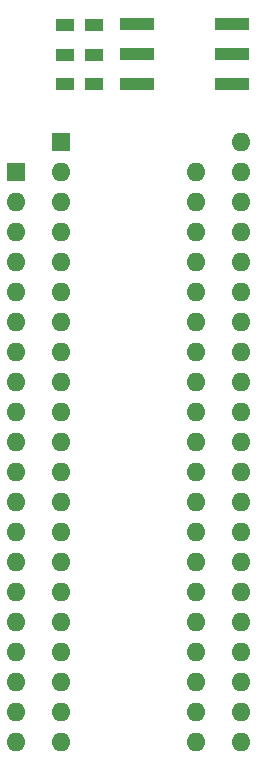
<source format=gbr>
%TF.GenerationSoftware,KiCad,Pcbnew,(6.0.7-1)-1*%
%TF.CreationDate,2022-09-30T17:05:21-04:00*%
%TF.ProjectId,tl866_27c322_adapter,746c3836-365f-4323-9763-3332325f6164,rev?*%
%TF.SameCoordinates,Original*%
%TF.FileFunction,Soldermask,Top*%
%TF.FilePolarity,Negative*%
%FSLAX46Y46*%
G04 Gerber Fmt 4.6, Leading zero omitted, Abs format (unit mm)*
G04 Created by KiCad (PCBNEW (6.0.7-1)-1) date 2022-09-30 17:05:21*
%MOMM*%
%LPD*%
G01*
G04 APERTURE LIST*
%ADD10R,1.600000X1.000000*%
%ADD11R,3.000000X1.000000*%
%ADD12R,1.600000X1.600000*%
%ADD13O,1.600000X1.600000*%
G04 APERTURE END LIST*
D10*
%TO.C,SW2*%
X132783000Y-54269000D03*
X132783000Y-56769000D03*
X132783000Y-59269000D03*
X135183000Y-54269000D03*
X135183000Y-56769000D03*
X135183000Y-59269000D03*
%TD*%
D11*
%TO.C,SW1*%
X138876300Y-54204900D03*
X146876300Y-59284900D03*
X138876300Y-59284900D03*
X146876300Y-54204900D03*
X146876300Y-56744900D03*
X138876300Y-56744900D03*
%TD*%
D12*
%TO.C,J1*%
X132435600Y-64185800D03*
D13*
X132435600Y-66725800D03*
X132435600Y-69265800D03*
X132435600Y-71805800D03*
X132435600Y-74345800D03*
X132435600Y-76885800D03*
X132435600Y-79425800D03*
X132435600Y-81965800D03*
X132435600Y-84505800D03*
X132435600Y-87045800D03*
X132435600Y-89585800D03*
X132435600Y-92125800D03*
X132435600Y-94665800D03*
X132435600Y-97205800D03*
X132435600Y-99745800D03*
X132435600Y-102285800D03*
X132435600Y-104825800D03*
X132435600Y-107365800D03*
X132435600Y-109905800D03*
X132435600Y-112445800D03*
X132435600Y-114985800D03*
X147675600Y-114985800D03*
X147675600Y-112445800D03*
X147675600Y-109905800D03*
X147675600Y-107365800D03*
X147675600Y-104825800D03*
X147675600Y-102285800D03*
X147675600Y-99745800D03*
X147675600Y-97205800D03*
X147675600Y-94665800D03*
X147675600Y-92125800D03*
X147675600Y-89585800D03*
X147675600Y-87045800D03*
X147675600Y-84505800D03*
X147675600Y-81965800D03*
X147675600Y-79425800D03*
X147675600Y-76885800D03*
X147675600Y-74345800D03*
X147675600Y-71805800D03*
X147675600Y-69265800D03*
X147675600Y-66725800D03*
X147675600Y-64185800D03*
%TD*%
D12*
%TO.C,J2*%
X128569800Y-66705400D03*
D13*
X128569800Y-69245400D03*
X128569800Y-71785400D03*
X128569800Y-74325400D03*
X128569800Y-76865400D03*
X128569800Y-79405400D03*
X128569800Y-81945400D03*
X128569800Y-84485400D03*
X128569800Y-87025400D03*
X128569800Y-89565400D03*
X128569800Y-92105400D03*
X128569800Y-94645400D03*
X128569800Y-97185400D03*
X128569800Y-99725400D03*
X128569800Y-102265400D03*
X128569800Y-104805400D03*
X128569800Y-107345400D03*
X128569800Y-109885400D03*
X128569800Y-112425400D03*
X128569800Y-114965400D03*
X143809800Y-114965400D03*
X143809800Y-112425400D03*
X143809800Y-109885400D03*
X143809800Y-107345400D03*
X143809800Y-104805400D03*
X143809800Y-102265400D03*
X143809800Y-99725400D03*
X143809800Y-97185400D03*
X143809800Y-94645400D03*
X143809800Y-92105400D03*
X143809800Y-89565400D03*
X143809800Y-87025400D03*
X143809800Y-84485400D03*
X143809800Y-81945400D03*
X143809800Y-79405400D03*
X143809800Y-76865400D03*
X143809800Y-74325400D03*
X143809800Y-71785400D03*
X143809800Y-69245400D03*
X143809800Y-66705400D03*
%TD*%
M02*

</source>
